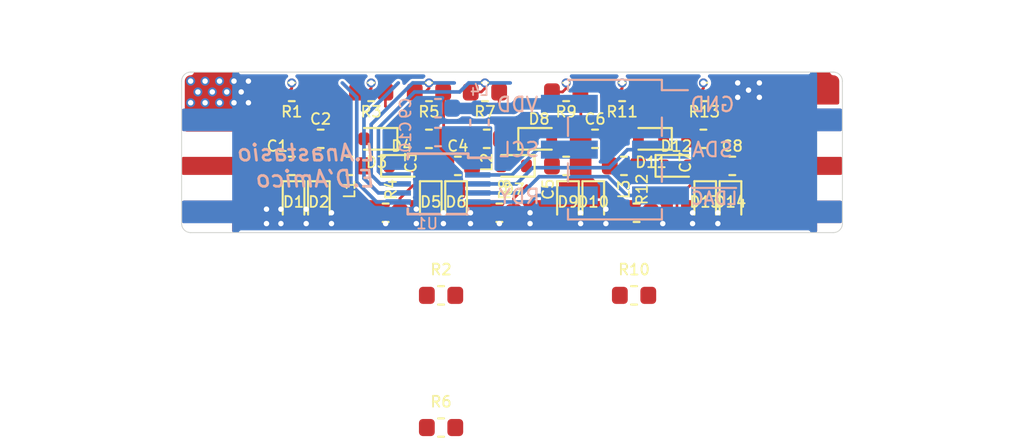
<source format=kicad_pcb>
(kicad_pcb (version 20171130) (host pcbnew 5.1.5-52549c5~84~ubuntu16.04.1)
  (title_block (title "Tunable Filter") (company "Luca Anastasio and Emanuele D'Amico"))
  (layers (0 F.Cu signal) (1 In1.Cu power hide) (2 In2.Cu power hide) (31 B.Cu signal hide) (34 B.Paste user) (35 F.Paste user) (36 B.SilkS user hide) (37 F.SilkS user hide) (38 B.Mask user) (39 F.Mask user) (44 Edge.Cuts user))
  (net 0 "")
  (net 1 GND)
  (net 2 VDDA)
  (net 3 VDD)
  (net 4 /RF/inv0/Vd)
  (net 5 /RF/RFin)
  (net 6 /RF/res0/In)
  (net 7 /RF/inv1/Vd)
  (net 8 /RF/inv1/In)
  (net 9 /RF/res1/In)
  (net 10 /RF/inv2/Vd)
  (net 11 /RF/inv2/In)
  (net 12 /RF/res2/In)
  (net 13 /RF/inv3/In)
  (net 14 /RF/inv3/Vd)
  (net 15 /RF/RFout)
  (net 16 /RF/V0)
  (net 17 /RF/V1)
  (net 18 /RF/V2)
  (net 19 /RF/V3)
  (net 20 /RF/res0/Vd+)
  (net 21 /RF/res1/Vd+)
  (net 22 /RF/res2/Vd+)
  (net 23 /DAC/RDY)
  (net 24 /DAC/~LDAC)
  (net 25 /DAC/SCL)
  (net 26 /DAC/SDA)
  (net 27 /RF/res0/Vd-L)
  (net 28 /RF/res1/Vd-L)
  (net 29 /RF/res2/Vd-L)
  (module libs:Coilcraft_0603CS (layer F.Cu) (at 162.6 99.8)
    (fp_text reference L2 (at 0 1.3 270) (layer F.SilkS) (effects (font (size 0.6 0.6) (thickness 0.1))))
    (fp_text value L0)
    (fp_line (start -0.162779 0.51) (end 0.162779 0.51) (layer F.SilkS) (width 0.12))
    (fp_line (start -0.162779 -0.51) (end 0.162779 -0.51) (layer F.SilkS) (width 0.12))
    (pad 2 smd roundrect (at 0.7875 0) (size 0.875 0.95) (layers F.Cu F.Paste F.Mask) (net 28 /RF/res1/Vd-L))
    (pad 1 smd roundrect (at -0.7875 0) (size 0.875 0.95) (layers F.Cu F.Paste F.Mask) (net 9 /RF/res1/In))
  )
  (module Resistor_SMD:R_0603_1608Metric (layer F.Cu) (at 170.76 108.48)
    (fp_text reference R10 (at 0 -1.43) (layer F.SilkS) (effects (font (size 0.6 0.6) (thickness 0.1))))
    (fp_text value 100k)
    (fp_line (start -0.162779 0.51) (end 0.162779 0.51) (layer F.SilkS) (width 0.12))
    (fp_line (start -0.162779 -0.51) (end 0.162779 -0.51) (layer F.SilkS) (width 0.12))
    (pad 2 smd roundrect (at 0.7875 0) (size 0.875 0.95) (layers F.Cu F.Paste F.Mask) (net 1 GND))
    (pad 1 smd roundrect (at -0.7875 0) (size 0.875 0.95) (layers F.Cu F.Paste F.Mask) (net 29 /RF/res2/Vd-L))
  )
  (module Resistor_SMD:R_0603_1608Metric (layer F.Cu) (at 160.07 115.81)
    (fp_text reference R6 (at 0 -1.43) (layer F.SilkS) (effects (font (size 0.6 0.6) (thickness 0.1))))
    (fp_text value 100k)
    (fp_line (start -0.162779 0.51) (end 0.162779 0.51) (layer F.SilkS) (width 0.12))
    (fp_line (start -0.162779 -0.51) (end 0.162779 -0.51) (layer F.SilkS) (width 0.12))
    (pad 2 smd roundrect (at 0.7875 0) (size 0.875 0.95) (layers F.Cu F.Paste F.Mask) (net 1 GND))
    (pad 1 smd roundrect (at -0.7875 0) (size 0.875 0.95) (layers F.Cu F.Paste F.Mask) (net 28 /RF/res1/Vd-L))
  )
  (module Resistor_SMD:R_0603_1608Metric (layer F.Cu) (at 160.07 108.48)
    (fp_text reference R2 (at 0 -1.43) (layer F.SilkS) (effects (font (size 0.6 0.6) (thickness 0.1))))
    (fp_text value 100k)
    (fp_line (start -0.162779 0.51) (end 0.162779 0.51) (layer F.SilkS) (width 0.12))
    (fp_line (start -0.162779 -0.51) (end 0.162779 -0.51) (layer F.SilkS) (width 0.12))
    (pad 2 smd roundrect (at 0.7875 0) (size 0.875 0.95) (layers F.Cu F.Paste F.Mask) (net 1 GND))
    (pad 1 smd roundrect (at -0.7875 0) (size 0.875 0.95) (layers F.Cu F.Paste F.Mask) (net 27 /RF/res0/Vd-L))
  )
  (module libs:D_SOD-523 (layer F.Cu) (at 171.7 99.8 180)
    (fp_text reference D11 (at 0 -1.3) (layer F.SilkS) (effects (font (size 0.6 0.6) (thickness 0.1))))
    (fp_text value BB202)
    (fp_line (start 0.7 0.6) (end -1.15 0.6) (layer F.SilkS) (width 0.12))
    (fp_line (start 0.7 -0.6) (end -1.15 -0.6) (layer F.SilkS) (width 0.12))
    (fp_line (start -1.15 -0.6) (end -1.15 0.6) (layer F.SilkS) (width 0.12))
    (pad 1 smd roundrect (at -0.7 0) (size 0.6 0.7) (layers F.Cu F.Paste F.Mask) (net 22 /RF/res2/Vd+))
    (pad 2 smd roundrect (at 0.7 0) (size 0.6 0.7) (layers F.Cu F.Paste F.Mask) (net 29 /RF/res2/Vd-L))
  )
  (module libs:D_SOD-523 (layer F.Cu) (at 164.1 101.3 180)
    (fp_text reference D7 (at 0 -1.3) (layer F.SilkS) (effects (font (size 0.6 0.6) (thickness 0.1))))
    (fp_text value BB202)
    (fp_line (start 0.7 0.6) (end -1.15 0.6) (layer F.SilkS) (width 0.12))
    (fp_line (start 0.7 -0.6) (end -1.15 -0.6) (layer F.SilkS) (width 0.12))
    (fp_line (start -1.15 -0.6) (end -1.15 0.6) (layer F.SilkS) (width 0.12))
    (pad 1 smd roundrect (at -0.7 0) (size 0.6 0.7) (layers F.Cu F.Paste F.Mask) (net 21 /RF/res1/Vd+))
    (pad 2 smd roundrect (at 0.7 0) (size 0.6 0.7) (layers F.Cu F.Paste F.Mask) (net 28 /RF/res1/Vd-L))
  )
  (module libs:D_SOD-523 (layer F.Cu) (at 156.5 99.8 180)
    (fp_text reference D3 (at 0 -1.3) (layer F.SilkS) (effects (font (size 0.6 0.6) (thickness 0.1))))
    (fp_text value BB202)
    (fp_line (start 0.7 0.6) (end -1.15 0.6) (layer F.SilkS) (width 0.12))
    (fp_line (start 0.7 -0.6) (end -1.15 -0.6) (layer F.SilkS) (width 0.12))
    (fp_line (start -1.15 -0.6) (end -1.15 0.6) (layer F.SilkS) (width 0.12))
    (pad 1 smd roundrect (at -0.7 0) (size 0.6 0.7) (layers F.Cu F.Paste F.Mask) (net 20 /RF/res0/Vd+))
    (pad 2 smd roundrect (at 0.7 0) (size 0.6 0.7) (layers F.Cu F.Paste F.Mask) (net 27 /RF/res0/Vd-L))
  )
  (module libs:D_SOD-523 (layer F.Cu) (at 174.7 103.3 270)
    (fp_text reference D13 (at 0 0 180) (layer F.SilkS) (effects (font (size 0.6 0.6) (thickness 0.1))))
    (fp_text value BB202)
    (fp_line (start -1.15 -0.6) (end -1.15 0.6) (layer F.SilkS) (width 0.12))
    (fp_line (start 0.7 -0.6) (end -1.15 -0.6) (layer F.SilkS) (width 0.12))
    (fp_line (start 0.7 0.6) (end -1.15 0.6) (layer F.SilkS) (width 0.12))
    (pad 2 smd roundrect (at 0.7 0 90) (size 0.6 0.7) (layers F.Cu F.Paste F.Mask) (net 1 GND))
    (pad 1 smd roundrect (at -0.7 0 90) (size 0.6 0.7) (layers F.Cu F.Paste F.Mask) (net 14 /RF/inv3/Vd))
  )
  (module libs:D_SOD-523 (layer F.Cu) (at 167.1 103.3 270)
    (fp_text reference D9 (at 0 0 180) (layer F.SilkS) (effects (font (size 0.6 0.6) (thickness 0.1))))
    (fp_text value BB202)
    (fp_line (start -1.15 -0.6) (end -1.15 0.6) (layer F.SilkS) (width 0.12))
    (fp_line (start 0.7 -0.6) (end -1.15 -0.6) (layer F.SilkS) (width 0.12))
    (fp_line (start 0.7 0.6) (end -1.15 0.6) (layer F.SilkS) (width 0.12))
    (pad 2 smd roundrect (at 0.7 0 90) (size 0.6 0.7) (layers F.Cu F.Paste F.Mask) (net 1 GND))
    (pad 1 smd roundrect (at -0.7 0 90) (size 0.6 0.7) (layers F.Cu F.Paste F.Mask) (net 10 /RF/inv2/Vd))
  )
  (module libs:D_SOD-523 (layer F.Cu) (at 159.5 103.3 270)
    (fp_text reference D5 (at 0 0 180) (layer F.SilkS) (effects (font (size 0.6 0.6) (thickness 0.1))))
    (fp_text value BB202)
    (fp_line (start -1.15 -0.6) (end -1.15 0.6) (layer F.SilkS) (width 0.12))
    (fp_line (start 0.7 -0.6) (end -1.15 -0.6) (layer F.SilkS) (width 0.12))
    (fp_line (start 0.7 0.6) (end -1.15 0.6) (layer F.SilkS) (width 0.12))
    (pad 2 smd roundrect (at 0.7 0 90) (size 0.6 0.7) (layers F.Cu F.Paste F.Mask) (net 1 GND))
    (pad 1 smd roundrect (at -0.7 0 90) (size 0.6 0.7) (layers F.Cu F.Paste F.Mask) (net 7 /RF/inv1/Vd))
  )
  (module libs:D_SOD-523 (layer F.Cu) (at 151.9 103.3 270)
    (fp_text reference D1 (at 0 0 180) (layer F.SilkS) (effects (font (size 0.6 0.6) (thickness 0.1))))
    (fp_text value BB202)
    (fp_line (start -1.15 -0.6) (end -1.15 0.6) (layer F.SilkS) (width 0.12))
    (fp_line (start 0.7 -0.6) (end -1.15 -0.6) (layer F.SilkS) (width 0.12))
    (fp_line (start 0.7 0.6) (end -1.15 0.6) (layer F.SilkS) (width 0.12))
    (pad 2 smd roundrect (at 0.7 0 90) (size 0.6 0.7) (layers F.Cu F.Paste F.Mask) (net 1 GND))
    (pad 1 smd roundrect (at -0.7 0 90) (size 0.6 0.7) (layers F.Cu F.Paste F.Mask) (net 4 /RF/inv0/Vd))
  )
  (module Connector_PinHeader_2.54mm:PinHeader_2x03_P2.54mm_Vertical_SMD (layer B.Cu) (at 169.7 100.4 180)
    (fp_text reference J3 hide)
    (fp_text value Conn_01x06_Male)
    (fp_line (start -2.6 3.87) (end 2.6 3.87) (layer B.SilkS) (width 0.12))
    (fp_line (start -2.6 -3.87) (end 2.6 -3.87) (layer B.SilkS) (width 0.12))
    (fp_line (start -4.04 3.3) (end -2.6 3.3) (layer B.SilkS) (width 0.12))
    (fp_line (start -2.6 3.87) (end -2.6 3.3) (layer B.SilkS) (width 0.12))
    (fp_line (start 2.6 3.87) (end 2.6 3.3) (layer B.SilkS) (width 0.12))
    (fp_line (start -2.6 -3.3) (end -2.6 -3.87) (layer B.SilkS) (width 0.12))
    (fp_line (start 2.6 -3.3) (end 2.6 -3.87) (layer B.SilkS) (width 0.12))
    (fp_line (start -2.6 1.78) (end -2.6 0.76) (layer B.SilkS) (width 0.12))
    (fp_line (start 2.6 1.78) (end 2.6 0.76) (layer B.SilkS) (width 0.12))
    (fp_line (start -2.6 -0.76) (end -2.6 -1.78) (layer B.SilkS) (width 0.12))
    (fp_line (start 2.6 -0.76) (end 2.6 -1.78) (layer B.SilkS) (width 0.12))
    (pad 1 smd rect (at -2.525 2.54 180) (size 3.15 1) (layers B.Cu B.Paste B.Mask) (net 1 GND))
    (pad 2 smd rect (at 2.525 2.54 180) (size 3.15 1) (layers B.Cu B.Paste B.Mask) (net 3 VDD))
    (pad 3 smd rect (at -2.525 0 180) (size 3.15 1) (layers B.Cu B.Paste B.Mask) (net 26 /DAC/SDA))
    (pad 4 smd rect (at 2.525 0 180) (size 3.15 1) (layers B.Cu B.Paste B.Mask) (net 25 /DAC/SCL))
    (pad 5 smd rect (at -2.525 -2.54 180) (size 3.15 1) (layers B.Cu B.Paste B.Mask) (net 24 /DAC/~LDAC))
    (pad 6 smd rect (at 2.525 -2.54 180) (size 3.15 1) (layers B.Cu B.Paste B.Mask) (net 23 /DAC/RDY))
  )
  (module Capacitor_SMD:C_0603_1608Metric (layer B.Cu) (at 159.9 98.1 180)
    (fp_text reference C9 (at 1.8 0 90) (layer B.SilkS) (effects (font (size 0.6 0.6) (thickness 0.1)) (justify mirror)))
    (fp_text value 4.7u)
    (fp_line (start -0.162779 -0.51) (end 0.162779 -0.51) (layer B.SilkS) (width 0.12))
    (fp_line (start -0.162779 0.51) (end 0.162779 0.51) (layer B.SilkS) (width 0.12))
    (pad 2 smd roundrect (at 0.7875 0 180) (size 0.875 0.95) (layers B.Cu B.Paste B.Mask) (net 1 GND))
    (pad 1 smd roundrect (at -0.7875 0 180) (size 0.875 0.95) (layers B.Cu B.Paste B.Mask) (net 3 VDD))
  )
  (module Inductor_SMD:L_0603_1608Metric (layer B.Cu) (at 162.2 98.9 90)
    (fp_text reference L4 (at 1.8 0) (layer B.SilkS) (effects (font (size 0.6 0.6) (thickness 0.1)) (justify mirror)))
    (fp_text value 180R)
    (fp_line (start -0.162779 -0.51) (end 0.162779 -0.51) (layer B.SilkS) (width 0.12))
    (fp_line (start -0.162779 0.51) (end 0.162779 0.51) (layer B.SilkS) (width 0.12))
    (pad 2 smd roundrect (at 0.7875 0 90) (size 0.875 0.95) (layers B.Cu B.Paste B.Mask) (net 3 VDD))
    (pad 1 smd roundrect (at -0.7875 0 90) (size 0.875 0.95) (layers B.Cu B.Paste B.Mask) (net 2 VDDA))
  )
  (module libs:SMA_generic_EdgeMount (layer F.Cu) (at 145.7 101.3)
    (fp_text reference J1 hide)
    (fp_text value Conn_Coaxial)
    (pad 2 smd roundrect (at 2.125 2.55) (size 4.25 1.25) (layers B.Cu B.Paste B.Mask) (roundrect_rratio 0.1) (net 1 GND))
    (pad 2 smd roundrect (at 2.125 -2.55) (size 4.25 1.25) (layers F.Cu F.Paste F.Mask) (roundrect_rratio 0.1) (net 1 GND))
    (pad 1 smd roundrect (at 2.125 0) (size 4.25 1) (layers F.Cu F.Paste F.Mask) (roundrect_rratio 0.1) (net 5 /RF/RFin))
    (pad 2 smd roundrect (at 2.125 2.55) (size 4.25 1.25) (layers B.Cu B.Paste B.Mask) (roundrect_rratio 0.1) (net 1 GND))
    (pad 2 smd roundrect (at 2.125 2.55) (size 4.25 1.25) (layers F.Cu F.Paste F.Mask) (roundrect_rratio 0.1) (net 1 GND))
    (pad 2 smd roundrect (at 2.125 -2.55) (size 4.25 1.25) (layers B.Cu B.Paste B.Mask) (roundrect_rratio 0.1) (net 1 GND))
  )
  (module Resistor_SMD:R_0603_1608Metric (layer F.Cu) (at 174.65 97.2)
    (fp_text reference R13 (at 0 1.1) (layer F.SilkS) (effects (font (size 0.6 0.6) (thickness 0.1))))
    (fp_text value 100k)
    (fp_line (start -0.162779 0.51) (end 0.162779 0.51) (layer F.SilkS) (width 0.12))
    (fp_line (start -0.162779 -0.51) (end 0.162779 -0.51) (layer F.SilkS) (width 0.12))
    (pad 2 smd roundrect (at 0.7875 0) (size 0.875 0.95) (layers F.Cu F.Paste F.Mask) (net 14 /RF/inv3/Vd))
    (pad 1 smd roundrect (at -0.7875 0) (size 0.875 0.95) (layers F.Cu F.Paste F.Mask) (net 16 /RF/V0))
  )
  (module Resistor_SMD:R_0603_1608Metric (layer F.Cu) (at 170.9 103.9 180)
    (fp_text reference R12 (at -0.3 1.3 90) (layer F.SilkS) (effects (font (size 0.6 0.6) (thickness 0.1))))
    (fp_text value 100k)
    (fp_line (start -0.162779 0.51) (end 0.162779 0.51) (layer F.SilkS) (width 0.12))
    (fp_line (start -0.162779 -0.51) (end 0.162779 -0.51) (layer F.SilkS) (width 0.12))
    (pad 2 smd roundrect (at 0.7875 0 180) (size 0.875 0.95) (layers F.Cu F.Paste F.Mask) (net 1 GND))
    (pad 1 smd roundrect (at -0.7875 0 180) (size 0.875 0.95) (layers F.Cu F.Paste F.Mask) (net 13 /RF/inv3/In))
  )
  (module Resistor_SMD:R_0603_1608Metric (layer F.Cu) (at 170.1 97.2)
    (fp_text reference R11 (at 0 1.1) (layer F.SilkS) (effects (font (size 0.6 0.6) (thickness 0.1))))
    (fp_text value 100k)
    (fp_line (start -0.162779 0.51) (end 0.162779 0.51) (layer F.SilkS) (width 0.12))
    (fp_line (start -0.162779 -0.51) (end 0.162779 -0.51) (layer F.SilkS) (width 0.12))
    (pad 2 smd roundrect (at 0.7875 0) (size 0.875 0.95) (layers F.Cu F.Paste F.Mask) (net 22 /RF/res2/Vd+))
    (pad 1 smd roundrect (at -0.7875 0) (size 0.875 0.95) (layers F.Cu F.Paste F.Mask) (net 17 /RF/V1))
  )
  (module Resistor_SMD:R_0603_1608Metric (layer F.Cu) (at 167 97.2)
    (fp_text reference R9 (at 0 1.1) (layer F.SilkS) (effects (font (size 0.6 0.6) (thickness 0.1))))
    (fp_text value 100k)
    (fp_line (start -0.162779 0.51) (end 0.162779 0.51) (layer F.SilkS) (width 0.12))
    (fp_line (start -0.162779 -0.51) (end 0.162779 -0.51) (layer F.SilkS) (width 0.12))
    (pad 2 smd roundrect (at 0.7875 0) (size 0.875 0.95) (layers F.Cu F.Paste F.Mask) (net 10 /RF/inv2/Vd))
    (pad 1 smd roundrect (at -0.7875 0) (size 0.875 0.95) (layers F.Cu F.Paste F.Mask) (net 18 /RF/V2))
  )
  (module Resistor_SMD:R_0603_1608Metric (layer F.Cu) (at 163.3 103.9 180)
    (fp_text reference R8 (at -0.3 1.3 270) (layer F.SilkS) (effects (font (size 0.6 0.6) (thickness 0.1))))
    (fp_text value 100k)
    (fp_line (start -0.162779 -0.51) (end 0.162779 -0.51) (layer F.SilkS) (width 0.12))
    (fp_line (start -0.162779 0.51) (end 0.162779 0.51) (layer F.SilkS) (width 0.12))
    (pad 1 smd roundrect (at -0.7875 0 180) (size 0.875 0.95) (layers F.Cu F.Paste F.Mask) (net 11 /RF/inv2/In))
    (pad 2 smd roundrect (at 0.7875 0 180) (size 0.875 0.95) (layers F.Cu F.Paste F.Mask) (net 1 GND))
  )
  (module Resistor_SMD:R_0603_1608Metric (layer F.Cu) (at 162.5 97.2)
    (fp_text reference R7 (at 0 1.1) (layer F.SilkS) (effects (font (size 0.6 0.6) (thickness 0.1))))
    (fp_text value 100k)
    (fp_line (start -0.162779 -0.51) (end 0.162779 -0.51) (layer F.SilkS) (width 0.12))
    (fp_line (start -0.162779 0.51) (end 0.162779 0.51) (layer F.SilkS) (width 0.12))
    (pad 1 smd roundrect (at -0.7875 0) (size 0.875 0.95) (layers F.Cu F.Paste F.Mask) (net 19 /RF/V3))
    (pad 2 smd roundrect (at 0.7875 0) (size 0.875 0.95) (layers F.Cu F.Paste F.Mask) (net 21 /RF/res1/Vd+))
  )
  (module Resistor_SMD:R_0603_1608Metric (layer F.Cu) (at 159.4 97.2)
    (fp_text reference R5 (at 0 1.1) (layer F.SilkS) (effects (font (size 0.6 0.6) (thickness 0.1))))
    (fp_text value 100k)
    (fp_line (start -0.162779 -0.51) (end 0.162779 -0.51) (layer F.SilkS) (width 0.12))
    (fp_line (start -0.162779 0.51) (end 0.162779 0.51) (layer F.SilkS) (width 0.12))
    (pad 1 smd roundrect (at -0.7875 0) (size 0.875 0.95) (layers F.Cu F.Paste F.Mask) (net 18 /RF/V2))
    (pad 2 smd roundrect (at 0.7875 0) (size 0.875 0.95) (layers F.Cu F.Paste F.Mask) (net 7 /RF/inv1/Vd))
  )
  (module Resistor_SMD:R_0603_1608Metric (layer F.Cu) (at 157 103.9 180)
    (fp_text reference R4 (at -0.3 1.3 270) (layer F.SilkS) (effects (font (size 0.6 0.6) (thickness 0.1))))
    (fp_text value 100k)
    (fp_line (start -0.162779 -0.51) (end 0.162779 -0.51) (layer F.SilkS) (width 0.12))
    (fp_line (start -0.162779 0.51) (end 0.162779 0.51) (layer F.SilkS) (width 0.12))
    (pad 1 smd roundrect (at -0.7875 0 180) (size 0.875 0.95) (layers F.Cu F.Paste F.Mask) (net 8 /RF/inv1/In))
    (pad 2 smd roundrect (at 0.7875 0 180) (size 0.875 0.95) (layers F.Cu F.Paste F.Mask) (net 1 GND))
  )
  (module Resistor_SMD:R_0603_1608Metric (layer F.Cu) (at 156.2 97.2)
    (fp_text reference R3 (at 0 1.1) (layer F.SilkS) (effects (font (size 0.6 0.6) (thickness 0.1))))
    (fp_text value 100k)
    (fp_line (start -0.162779 -0.51) (end 0.162779 -0.51) (layer F.SilkS) (width 0.12))
    (fp_line (start -0.162779 0.51) (end 0.162779 0.51) (layer F.SilkS) (width 0.12))
    (pad 1 smd roundrect (at -0.7875 0) (size 0.875 0.95) (layers F.Cu F.Paste F.Mask) (net 17 /RF/V1))
    (pad 2 smd roundrect (at 0.7875 0) (size 0.875 0.95) (layers F.Cu F.Paste F.Mask) (net 20 /RF/res0/Vd+))
  )
  (module Resistor_SMD:R_0603_1608Metric (layer F.Cu) (at 151.8 97.2)
    (fp_text reference R1 (at 0 1.1) (layer F.SilkS) (effects (font (size 0.6 0.6) (thickness 0.1))))
    (fp_text value 100k)
    (fp_line (start -0.162779 -0.51) (end 0.162779 -0.51) (layer F.SilkS) (width 0.12))
    (fp_line (start -0.162779 0.51) (end 0.162779 0.51) (layer F.SilkS) (width 0.12))
    (pad 1 smd roundrect (at -0.7875 0) (size 0.875 0.95) (layers F.Cu F.Paste F.Mask) (net 16 /RF/V0))
    (pad 2 smd roundrect (at 0.7875 0) (size 0.875 0.95) (layers F.Cu F.Paste F.Mask) (net 4 /RF/inv0/Vd))
  )
  (module libs:Coilcraft_0603CS (layer F.Cu) (at 170.2 101.3)
    (fp_text reference L3 (at 0 1.3 90) (layer F.SilkS) (effects (font (size 0.6 0.6) (thickness 0.1))))
    (fp_text value L0)
    (fp_line (start -0.162779 -0.51) (end 0.162779 -0.51) (layer F.SilkS) (width 0.12))
    (fp_line (start -0.162779 0.51) (end 0.162779 0.51) (layer F.SilkS) (width 0.12))
    (pad 1 smd roundrect (at -0.7875 0) (size 0.875 0.95) (layers F.Cu F.Paste F.Mask) (net 12 /RF/res2/In))
    (pad 2 smd roundrect (at 0.7875 0) (size 0.875 0.95) (layers F.Cu F.Paste F.Mask) (net 29 /RF/res2/Vd-L))
  )
  (module libs:Coilcraft_0603CS (layer F.Cu) (at 155 101.3)
    (fp_text reference L1 (at 0 1.3 270) (layer F.SilkS) (effects (font (size 0.6 0.6) (thickness 0.1))))
    (fp_text value L0)
    (fp_line (start -0.162779 0.51) (end 0.162779 0.51) (layer F.SilkS) (width 0.12))
    (fp_line (start -0.162779 -0.51) (end 0.162779 -0.51) (layer F.SilkS) (width 0.12))
    (pad 2 smd roundrect (at 0.7875 0) (size 0.875 0.95) (layers F.Cu F.Paste F.Mask) (net 27 /RF/res0/Vd-L))
    (pad 1 smd roundrect (at -0.7875 0) (size 0.875 0.95) (layers F.Cu F.Paste F.Mask) (net 6 /RF/res0/In))
  )
  (module libs:SMA_generic_EdgeMount (layer F.Cu) (at 182.3 101.3 180)
    (fp_text reference J2 hide)
    (fp_text value Conn_Coaxial)
    (pad 2 smd roundrect (at 2.125 -2.55 180) (size 4.25 1.25) (layers B.Cu B.Paste B.Mask) (roundrect_rratio 0.1) (net 1 GND))
    (pad 2 smd roundrect (at 2.125 2.55 180) (size 4.25 1.25) (layers F.Cu F.Paste F.Mask) (roundrect_rratio 0.1) (net 1 GND))
    (pad 2 smd roundrect (at 2.125 2.55 180) (size 4.25 1.25) (layers B.Cu B.Paste B.Mask) (roundrect_rratio 0.1) (net 1 GND))
    (pad 1 smd roundrect (at 2.125 0 180) (size 4.25 1) (layers F.Cu F.Paste F.Mask) (roundrect_rratio 0.1) (net 15 /RF/RFout))
    (pad 2 smd roundrect (at 2.125 -2.55 180) (size 4.25 1.25) (layers F.Cu F.Paste F.Mask) (roundrect_rratio 0.1) (net 1 GND))
    (pad 2 smd roundrect (at 2.125 2.55 180) (size 4.25 1.25) (layers B.Cu B.Paste B.Mask) (roundrect_rratio 0.1) (net 1 GND))
  )
  (module libs:D_SOD-523 (layer F.Cu) (at 176.1 103.3 270)
    (fp_text reference D14 (at 0 0 180) (layer F.SilkS) (effects (font (size 0.6 0.6) (thickness 0.1))))
    (fp_text value BB202)
    (fp_line (start 0.7 0.6) (end -1.15 0.6) (layer F.SilkS) (width 0.12))
    (fp_line (start 0.7 -0.6) (end -1.15 -0.6) (layer F.SilkS) (width 0.12))
    (fp_line (start -1.15 -0.6) (end -1.15 0.6) (layer F.SilkS) (width 0.12))
    (pad 1 smd roundrect (at -0.7 0 90) (size 0.6 0.7) (layers F.Cu F.Paste F.Mask) (net 14 /RF/inv3/Vd))
    (pad 2 smd roundrect (at 0.7 0 90) (size 0.6 0.7) (layers F.Cu F.Paste F.Mask) (net 1 GND))
  )
  (module libs:D_SOD-523 (layer F.Cu) (at 173.1 101.3)
    (fp_text reference D12 (at 0 -1.1) (layer F.SilkS) (effects (font (size 0.6 0.6) (thickness 0.1))))
    (fp_text value BB202)
    (fp_line (start 0.7 0.6) (end -1.15 0.6) (layer F.SilkS) (width 0.12))
    (fp_line (start 0.7 -0.6) (end -1.15 -0.6) (layer F.SilkS) (width 0.12))
    (fp_line (start -1.15 -0.6) (end -1.15 0.6) (layer F.SilkS) (width 0.12))
    (pad 1 smd roundrect (at -0.7 0 180) (size 0.6 0.7) (layers F.Cu F.Paste F.Mask) (net 22 /RF/res2/Vd+))
    (pad 2 smd roundrect (at 0.7 0 180) (size 0.6 0.7) (layers F.Cu F.Paste F.Mask) (net 13 /RF/inv3/In))
  )
  (module libs:D_SOD-523 (layer F.Cu) (at 168.5 103.3 270)
    (fp_text reference D10 (at 0 0 180) (layer F.SilkS) (effects (font (size 0.6 0.6) (thickness 0.1))))
    (fp_text value BB202)
    (fp_line (start 0.7 0.6) (end -1.15 0.6) (layer F.SilkS) (width 0.12))
    (fp_line (start 0.7 -0.6) (end -1.15 -0.6) (layer F.SilkS) (width 0.12))
    (fp_line (start -1.15 -0.6) (end -1.15 0.6) (layer F.SilkS) (width 0.12))
    (pad 1 smd roundrect (at -0.7 0 90) (size 0.6 0.7) (layers F.Cu F.Paste F.Mask) (net 10 /RF/inv2/Vd))
    (pad 2 smd roundrect (at 0.7 0 90) (size 0.6 0.7) (layers F.Cu F.Paste F.Mask) (net 1 GND))
  )
  (module libs:D_SOD-523 (layer F.Cu) (at 165.5 99.8)
    (fp_text reference D8 (at 0 -1.1) (layer F.SilkS) (effects (font (size 0.6 0.6) (thickness 0.1))))
    (fp_text value BB202)
    (fp_line (start 0.7 0.6) (end -1.15 0.6) (layer F.SilkS) (width 0.12))
    (fp_line (start 0.7 -0.6) (end -1.15 -0.6) (layer F.SilkS) (width 0.12))
    (fp_line (start -1.15 -0.6) (end -1.15 0.6) (layer F.SilkS) (width 0.12))
    (pad 1 smd roundrect (at -0.7 0 180) (size 0.6 0.7) (layers F.Cu F.Paste F.Mask) (net 21 /RF/res1/Vd+))
    (pad 2 smd roundrect (at 0.7 0 180) (size 0.6 0.7) (layers F.Cu F.Paste F.Mask) (net 11 /RF/inv2/In))
  )
  (module libs:D_SOD-523 (layer F.Cu) (at 160.9 103.3 270)
    (fp_text reference D6 (at 0 0 180) (layer F.SilkS) (effects (font (size 0.6 0.6) (thickness 0.1))))
    (fp_text value BB202)
    (fp_line (start -1.15 -0.6) (end -1.15 0.6) (layer F.SilkS) (width 0.12))
    (fp_line (start 0.7 -0.6) (end -1.15 -0.6) (layer F.SilkS) (width 0.12))
    (fp_line (start 0.7 0.6) (end -1.15 0.6) (layer F.SilkS) (width 0.12))
    (pad 2 smd roundrect (at 0.7 0 90) (size 0.6 0.7) (layers F.Cu F.Paste F.Mask) (net 1 GND))
    (pad 1 smd roundrect (at -0.7 0 90) (size 0.6 0.7) (layers F.Cu F.Paste F.Mask) (net 7 /RF/inv1/Vd))
  )
  (module libs:D_SOD-523 (layer F.Cu) (at 157.9 101.3)
    (fp_text reference D4 (at 0 -1.1) (layer F.SilkS) (effects (font (size 0.6 0.6) (thickness 0.1))))
    (fp_text value BB202)
    (fp_line (start 0.7 0.6) (end -1.15 0.6) (layer F.SilkS) (width 0.12))
    (fp_line (start 0.7 -0.6) (end -1.15 -0.6) (layer F.SilkS) (width 0.12))
    (fp_line (start -1.15 -0.6) (end -1.15 0.6) (layer F.SilkS) (width 0.12))
    (pad 1 smd roundrect (at -0.7 0 180) (size 0.6 0.7) (layers F.Cu F.Paste F.Mask) (net 20 /RF/res0/Vd+))
    (pad 2 smd roundrect (at 0.7 0 180) (size 0.6 0.7) (layers F.Cu F.Paste F.Mask) (net 8 /RF/inv1/In))
  )
  (module libs:D_SOD-523 (layer F.Cu) (at 153.3 103.3 270)
    (fp_text reference D2 (at 0 0 180) (layer F.SilkS) (effects (font (size 0.6 0.6) (thickness 0.1))))
    (fp_text value BB202)
    (fp_line (start -1.15 -0.6) (end -1.15 0.6) (layer F.SilkS) (width 0.12))
    (fp_line (start 0.7 -0.6) (end -1.15 -0.6) (layer F.SilkS) (width 0.12))
    (fp_line (start 0.7 0.6) (end -1.15 0.6) (layer F.SilkS) (width 0.12))
    (pad 2 smd roundrect (at 0.7 0 90) (size 0.6 0.7) (layers F.Cu F.Paste F.Mask) (net 1 GND))
    (pad 1 smd roundrect (at -0.7 0 90) (size 0.6 0.7) (layers F.Cu F.Paste F.Mask) (net 4 /RF/inv0/Vd))
  )
  (module Capacitor_SMD:C_0603_1608Metric (layer B.Cu) (at 159.9 99.7 180)
    (fp_text reference C10 (at 1.8 0 90) (layer B.SilkS) (effects (font (size 0.6 0.6) (thickness 0.1)) (justify mirror)))
    (fp_text value 100n)
    (fp_line (start -0.162779 0.51) (end 0.162779 0.51) (layer B.SilkS) (width 0.12))
    (fp_line (start -0.162779 -0.51) (end 0.162779 -0.51) (layer B.SilkS) (width 0.12))
    (pad 1 smd roundrect (at -0.7875 0 180) (size 0.875 0.95) (layers B.Cu B.Paste B.Mask) (net 2 VDDA))
    (pad 2 smd roundrect (at 0.7875 0 180) (size 0.875 0.95) (layers B.Cu B.Paste B.Mask) (net 1 GND))
  )
  (module Capacitor_SMD:C_0603_1608Metric (layer F.Cu) (at 176.2 101.3)
    (fp_text reference C8 (at 0 -1.1) (layer F.SilkS) (effects (font (size 0.6 0.6) (thickness 0.1))))
    (fp_text value 100n)
    (fp_line (start -0.162779 0.51) (end 0.162779 0.51) (layer F.SilkS) (width 0.12))
    (fp_line (start -0.162779 -0.51) (end 0.162779 -0.51) (layer F.SilkS) (width 0.12))
    (pad 2 smd roundrect (at 0.7875 0) (size 0.875 0.95) (layers F.Cu F.Paste F.Mask) (net 15 /RF/RFout))
    (pad 1 smd roundrect (at -0.7875 0) (size 0.875 0.95) (layers F.Cu F.Paste F.Mask) (net 14 /RF/inv3/Vd))
  )
  (module Capacitor_SMD:C_0603_1608Metric (layer F.Cu) (at 174.6 99.8)
    (fp_text reference C7 (at -1 1.3 90) (layer F.SilkS) (effects (font (size 0.6 0.6) (thickness 0.1))))
    (fp_text value 100n)
    (fp_line (start -0.162779 0.51) (end 0.162779 0.51) (layer F.SilkS) (width 0.12))
    (fp_line (start -0.162779 -0.51) (end 0.162779 -0.51) (layer F.SilkS) (width 0.12))
    (pad 2 smd roundrect (at 0.7875 0) (size 0.875 0.95) (layers F.Cu F.Paste F.Mask) (net 14 /RF/inv3/Vd))
    (pad 1 smd roundrect (at -0.7875 0) (size 0.875 0.95) (layers F.Cu F.Paste F.Mask) (net 13 /RF/inv3/In))
  )
  (module Capacitor_SMD:C_0603_1608Metric (layer F.Cu) (at 168.6 99.8)
    (fp_text reference C6 (at 0 -1.1) (layer F.SilkS) (effects (font (size 0.6 0.6) (thickness 0.1))))
    (fp_text value 100n)
    (fp_line (start -0.162779 -0.51) (end 0.162779 -0.51) (layer F.SilkS) (width 0.12))
    (fp_line (start -0.162779 0.51) (end 0.162779 0.51) (layer F.SilkS) (width 0.12))
    (pad 1 smd roundrect (at -0.7875 0) (size 0.875 0.95) (layers F.Cu F.Paste F.Mask) (net 10 /RF/inv2/Vd))
    (pad 2 smd roundrect (at 0.7875 0) (size 0.875 0.95) (layers F.Cu F.Paste F.Mask) (net 12 /RF/res2/In))
  )
  (module Capacitor_SMD:C_0603_1608Metric (layer F.Cu) (at 167 101.3)
    (fp_text reference C5 (at -1 1.3 270) (layer F.SilkS) (effects (font (size 0.6 0.6) (thickness 0.1))))
    (fp_text value 100n)
    (fp_line (start -0.162779 -0.51) (end 0.162779 -0.51) (layer F.SilkS) (width 0.12))
    (fp_line (start -0.162779 0.51) (end 0.162779 0.51) (layer F.SilkS) (width 0.12))
    (pad 1 smd roundrect (at -0.7875 0) (size 0.875 0.95) (layers F.Cu F.Paste F.Mask) (net 11 /RF/inv2/In))
    (pad 2 smd roundrect (at 0.7875 0) (size 0.875 0.95) (layers F.Cu F.Paste F.Mask) (net 10 /RF/inv2/Vd))
  )
  (module Capacitor_SMD:C_0603_1608Metric (layer F.Cu) (at 161 101.3)
    (fp_text reference C4 (at 0 -1.1) (layer F.SilkS) (effects (font (size 0.6 0.6) (thickness 0.1))))
    (fp_text value 100n)
    (fp_line (start -0.162779 -0.51) (end 0.162779 -0.51) (layer F.SilkS) (width 0.12))
    (fp_line (start -0.162779 0.51) (end 0.162779 0.51) (layer F.SilkS) (width 0.12))
    (pad 1 smd roundrect (at -0.7875 0) (size 0.875 0.95) (layers F.Cu F.Paste F.Mask) (net 7 /RF/inv1/Vd))
    (pad 2 smd roundrect (at 0.7875 0) (size 0.875 0.95) (layers F.Cu F.Paste F.Mask) (net 9 /RF/res1/In))
  )
  (module Capacitor_SMD:C_0603_1608Metric (layer F.Cu) (at 159.4 99.8)
    (fp_text reference C3 (at -1 1.3 90) (layer F.SilkS) (effects (font (size 0.6 0.6) (thickness 0.1))))
    (fp_text value 100n)
    (fp_line (start -0.162779 -0.51) (end 0.162779 -0.51) (layer F.SilkS) (width 0.12))
    (fp_line (start -0.162779 0.51) (end 0.162779 0.51) (layer F.SilkS) (width 0.12))
    (pad 1 smd roundrect (at -0.7875 0) (size 0.875 0.95) (layers F.Cu F.Paste F.Mask) (net 8 /RF/inv1/In))
    (pad 2 smd roundrect (at 0.7875 0) (size 0.875 0.95) (layers F.Cu F.Paste F.Mask) (net 7 /RF/inv1/Vd))
  )
  (module Package_SO:MSOP-10_3x3mm_P0.5mm (layer B.Cu) (at 159.9 102.3 180)
    (fp_text reference U1 (at 0.6 -2.2) (layer B.SilkS) (effects (font (size 0.6 0.6) (thickness 0.1)) (justify mirror)))
    (fp_text value MCP4728)
    (fp_line (start -1.675 1.675) (end -1.675 1.45) (layer B.SilkS) (width 0.15))
    (fp_line (start 1.675 1.675) (end 1.675 1.375) (layer B.SilkS) (width 0.15))
    (fp_line (start 1.675 -1.675) (end 1.675 -1.375) (layer B.SilkS) (width 0.15))
    (fp_line (start -1.675 -1.675) (end -1.675 -1.375) (layer B.SilkS) (width 0.15))
    (fp_line (start -1.675 1.675) (end 1.675 1.675) (layer B.SilkS) (width 0.15))
    (fp_line (start -1.675 -1.675) (end 1.675 -1.675) (layer B.SilkS) (width 0.15))
    (fp_line (start -1.675 1.45) (end -2.9 1.45) (layer B.SilkS) (width 0.15))
    (pad 1 smd rect (at -2.2 1 180) (size 1.4 0.3) (layers B.Cu B.Paste B.Mask) (net 2 VDDA))
    (pad 2 smd rect (at -2.2 0.5 180) (size 1.4 0.3) (layers B.Cu B.Paste B.Mask) (net 25 /DAC/SCL))
    (pad 3 smd rect (at -2.2 0 180) (size 1.4 0.3) (layers B.Cu B.Paste B.Mask) (net 26 /DAC/SDA))
    (pad 4 smd rect (at -2.2 -0.5 180) (size 1.4 0.3) (layers B.Cu B.Paste B.Mask) (net 24 /DAC/~LDAC))
    (pad 5 smd rect (at -2.2 -1 180) (size 1.4 0.3) (layers B.Cu B.Paste B.Mask) (net 23 /DAC/RDY))
    (pad 6 smd rect (at 2.2 -1 180) (size 1.4 0.3) (layers B.Cu B.Paste B.Mask) (net 16 /RF/V0))
    (pad 7 smd rect (at 2.2 -0.5 180) (size 1.4 0.3) (layers B.Cu B.Paste B.Mask) (net 17 /RF/V1))
    (pad 8 smd rect (at 2.2 0 180) (size 1.4 0.3) (layers B.Cu B.Paste B.Mask) (net 18 /RF/V2))
    (pad 9 smd rect (at 2.2 0.5 180) (size 1.4 0.3) (layers B.Cu B.Paste B.Mask) (net 19 /RF/V3))
    (pad 10 smd rect (at 2.2 1 180) (size 1.4 0.3) (layers B.Cu B.Paste B.Mask) (net 1 GND))
  )
  (module Capacitor_SMD:C_0603_1608Metric (layer F.Cu) (at 151.8 101.3)
    (fp_text reference C1 (at -0.8 -1.1 180) (layer F.SilkS) (effects (font (size 0.6 0.6) (thickness 0.1))))
    (fp_text value 100n)
    (fp_line (start -0.162779 -0.51) (end 0.162779 -0.51) (layer F.SilkS) (width 0.12))
    (fp_line (start -0.162779 0.51) (end 0.162779 0.51) (layer F.SilkS) (width 0.12))
    (pad 1 smd roundrect (at -0.7875 0) (size 0.875 0.95) (layers F.Cu F.Paste F.Mask) (net 5 /RF/RFin))
    (pad 2 smd roundrect (at 0.7875 0) (size 0.875 0.95) (layers F.Cu F.Paste F.Mask) (net 4 /RF/inv0/Vd))
  )
  (module Capacitor_SMD:C_0603_1608Metric (layer F.Cu) (at 153.4 99.8)
    (fp_text reference C2 (at 0 -1.1) (layer F.SilkS) (effects (font (size 0.6 0.6) (thickness 0.1))))
    (fp_text value 100n)
    (fp_line (start -0.162779 -0.51) (end 0.162779 -0.51) (layer F.SilkS) (width 0.12))
    (fp_line (start -0.162779 0.51) (end 0.162779 0.51) (layer F.SilkS) (width 0.12))
    (pad 1 smd roundrect (at -0.7875 0) (size 0.875 0.95) (layers F.Cu F.Paste F.Mask) (net 4 /RF/inv0/Vd))
    (pad 2 smd roundrect (at 0.7875 0) (size 0.875 0.95) (layers F.Cu F.Paste F.Mask) (net 6 /RF/res0/In))
  )
  (gr_text "L.Anastasio\nE.D'Amico" (at 156.5 101.3) (layer B.SilkS) (effects (font (size 0.9 0.9) (thickness 0.15) italic) (justify left mirror)))
  (gr_text RDY (at 164.4 103) (layer B.SilkS) (effects (font (size 0.8 0.8) (thickness 0.12)) (justify mirror)))
  (gr_text SCL (at 164.4 100.4) (layer B.SilkS) (effects (font (size 0.8 0.8) (thickness 0.12)) (justify mirror)))
  (gr_text VDD (at 164.3 97.9) (layer B.SilkS) (effects (font (size 0.8 0.8) (thickness 0.12)) (justify mirror)))
  (gr_text ~LDAC (at 175.2 103.1) (layer B.SilkS) (effects (font (size 0.7 0.7) (thickness 0.12)) (justify mirror)))
  (gr_text SDA (at 175.1 100.4) (layer B.SilkS) (effects (font (size 0.8 0.8) (thickness 0.12)) (justify mirror)))
  (gr_text GND (at 175.1 97.9) (layer B.SilkS) (effects (font (size 0.8 0.8) (thickness 0.12)) (justify mirror)))
  (gr_line (start 146.2 96.1) (end 181.8 96.1) (layer Edge.Cuts) (width 0.05))
  (gr_line (start 181.8 105) (end 146.2 105) (layer Edge.Cuts) (width 0.05))
  (gr_line (start 182.3 104.5) (end 182.3 96.6) (layer Edge.Cuts) (width 0.05))
  (gr_line (start 145.7 104.5) (end 145.7 96.6) (layer Edge.Cuts) (width 0.05))
  (gr_arc (start 181.8 96.6) (end 182.3 96.6) (angle -90) (layer Edge.Cuts) (width 0.05))
  (gr_arc (start 181.8 104.5) (end 181.8 105) (angle -90) (layer Edge.Cuts) (width 0.05))
  (gr_arc (start 146.2 104.5) (end 145.7 104.5) (angle -90) (layer Edge.Cuts) (width 0.05))
  (gr_arc (start 146.2 96.6) (end 146.2 96.1) (angle -90) (layer Edge.Cuts) (width 0.05))
  (via (at 157 104.5) (size 0.5) (drill 0.3) (layers F.Cu B.Cu) (net 1))
  (via (at 152.6 103.7) (size 0.5) (drill 0.3) (layers F.Cu B.Cu) (net 1))
  (via (at 151.2 103.7) (size 0.5) (drill 0.3) (layers F.Cu B.Cu) (net 1))
  (via (at 151.2 104.5) (size 0.5) (drill 0.3) (layers F.Cu B.Cu) (net 1))
  (via (at 150.4 104.5) (size 0.5) (drill 0.3) (layers F.Cu B.Cu) (net 1))
  (via (at 150.4 103.7) (size 0.5) (drill 0.3) (layers F.Cu B.Cu) (net 1))
  (via (at 152.6 104.5) (size 0.5) (drill 0.3) (layers F.Cu B.Cu) (net 1))
  (via (at 154 104.5) (size 0.5) (drill 0.3) (layers F.Cu B.Cu) (net 1))
  (via (at 160.2 104.5) (size 0.5) (drill 0.3) (layers F.Cu B.Cu) (net 1))
  (via (at 160.2 103.9) (size 0.5) (drill 0.3) (layers F.Cu B.Cu) (net 1))
  (via (at 167.8 104.5) (size 0.5) (drill 0.3) (layers F.Cu B.Cu) (net 1))
  (via (at 175.4 104.5) (size 0.5) (drill 0.3) (layers F.Cu B.Cu) (net 1))
  (via (at 161.7 104.5) (size 0.5) (drill 0.3) (layers F.Cu B.Cu) (net 1))
  (via (at 169.2 104.5) (size 0.5) (drill 0.3) (layers F.Cu B.Cu) (net 1))
  (via (at 167.8 103.9) (size 0.5) (drill 0.3) (layers F.Cu B.Cu) (net 1))
  (via (at 161.7 103.9) (size 0.5) (drill 0.3) (layers F.Cu B.Cu) (net 1))
  (via (at 175.4 103.9) (size 0.5) (drill 0.3) (layers F.Cu B.Cu) (net 1))
  (via (at 146.2 96.6) (size 0.5) (drill 0.3) (layers F.Cu B.Cu) (net 1))
  (via (at 147 96.6) (size 0.5) (drill 0.3) (layers F.Cu B.Cu) (net 1))
  (via (at 147.8 96.6) (size 0.5) (drill 0.3) (layers F.Cu B.Cu) (net 1))
  (via (at 148.6 96.6) (size 0.5) (drill 0.3) (layers F.Cu B.Cu) (net 1))
  (via (at 149.4 96.6) (size 0.5) (drill 0.3) (layers F.Cu B.Cu) (net 1))
  (via (at 146.6 97.2) (size 0.5) (drill 0.3) (layers F.Cu B.Cu) (net 1))
  (via (at 147.4 97.2) (size 0.5) (drill 0.3) (layers F.Cu B.Cu) (net 1))
  (via (at 148.2 97.2) (size 0.5) (drill 0.3) (layers F.Cu B.Cu) (net 1))
  (via (at 149 97.2) (size 0.5) (drill 0.3) (layers F.Cu B.Cu) (net 1))
  (via (at 147 97.8) (size 0.5) (drill 0.3) (layers F.Cu B.Cu) (net 1))
  (via (at 146.2 97.8) (size 0.5) (drill 0.3) (layers F.Cu B.Cu) (net 1))
  (via (at 147.8 97.8) (size 0.5) (drill 0.3) (layers F.Cu B.Cu) (net 1))
  (via (at 148.6 97.8) (size 0.5) (drill 0.3) (layers F.Cu B.Cu) (net 1))
  (via (at 149.4 97.8) (size 0.5) (drill 0.3) (layers F.Cu B.Cu) (net 1))
  (via (at 177.7 97.5) (size 0.5) (drill 0.3) (layers F.Cu B.Cu) (net 1))
  (via (at 177.7 96.7) (size 0.5) (drill 0.3) (layers F.Cu B.Cu) (net 1))
  (via (at 177.1 97.1) (size 0.5) (drill 0.3) (layers F.Cu B.Cu) (net 1))
  (via (at 176.5 96.7) (size 0.5) (drill 0.3) (layers F.Cu B.Cu) (net 1))
  (via (at 158.7 104.5) (size 0.5) (drill 0.3) (layers F.Cu B.Cu) (net 1))
  (via (at 158.7 103.7) (size 0.5) (drill 0.3) (layers F.Cu B.Cu) (net 1))
  (via (at 165 103.9) (size 0.5) (drill 0.3) (layers F.Cu B.Cu) (net 1))
  (via (at 174 104.5) (size 0.5) (drill 0.3) (layers F.Cu B.Cu) (net 1))
  (via (at 174 103.9) (size 0.5) (drill 0.3) (layers F.Cu B.Cu) (net 1))
  (via (at 165 104.5) (size 0.5) (drill 0.3) (layers F.Cu B.Cu) (net 1))
  (via (at 163.3 104.5) (size 0.5) (drill 0.3) (layers F.Cu B.Cu) (net 1))
  (via (at 176.5 97.5) (size 0.5) (drill 0.3) (layers F.Cu B.Cu) (net 1))
  (via (at 172.35 104.5) (size 0.5) (drill 0.3) (layers F.Cu B.Cu) (net 1))
  (via (at 169.2 103.7) (size 0.5) (drill 0.3) (layers F.Cu B.Cu) (net 1))
  (via (at 154 103.9) (size 0.5) (drill 0.3) (layers F.Cu B.Cu) (net 1))
  (segment (start 160.7 98.1125) (end 160.6875 98.1) (width 0.635) (layer B.Cu) (net 3))
  (segment (start 162.2 98.1125) (end 160.7 98.1125) (width 0.635) (layer B.Cu) (net 3))
  (segment (start 164.0875 98.1125) (end 162.2 98.1125) (width 0.635) (layer B.Cu) (net 3))
  (segment (start 164.34 97.86) (end 164.0875 98.1125) (width 0.635) (layer B.Cu) (net 3))
  (segment (start 167.175 97.86) (end 164.34 97.86) (width 0.635) (layer B.Cu) (net 3))
  (segment (start 152.6 101.3125) (end 152.5875 101.3) (width 0.4) (layer F.Cu) (net 4))
  (segment (start 152.6 102.6) (end 152.6 101.3125) (width 0.4) (layer F.Cu) (net 4))
  (segment (start 152.6125 101.275) (end 152.5875 101.3) (width 0.4) (layer F.Cu) (net 4))
  (segment (start 152.6125 99.8) (end 152.6125 101.275) (width 0.4) (layer F.Cu) (net 4))
  (segment (start 152.6125 97.225) (end 152.5875 97.2) (width 0.15) (layer F.Cu) (net 4))
  (segment (start 152.6125 99.8) (end 152.6125 97.225) (width 0.15) (layer F.Cu) (net 4))
  (segment (start 151.9 102.6) (end 153.3 102.6) (width 0.4) (layer F.Cu) (net 4))
  (segment (start 147.825 101.3) (end 151.0125 101.3) (width 0.4) (layer F.Cu) (net 5))
  (segment (start 154.1875 101.275) (end 154.2125 101.3) (width 0.4) (layer F.Cu) (net 6))
  (segment (start 154.1875 99.8) (end 154.1875 101.275) (width 0.4) (layer F.Cu) (net 6))
  (segment (start 160.2 101.3125) (end 160.1875 101.3) (width 0.4) (layer F.Cu) (net 7))
  (segment (start 160.2 102.6) (end 160.2 101.3125) (width 0.4) (layer F.Cu) (net 7))
  (segment (start 160.2125 101.275) (end 160.1875 101.3) (width 0.4) (layer F.Cu) (net 7))
  (segment (start 160.2125 99.8) (end 160.2125 101.275) (width 0.4) (layer F.Cu) (net 7))
  (segment (start 160.2125 97.225) (end 160.1875 97.2) (width 0.15) (layer F.Cu) (net 7))
  (segment (start 160.2125 99.8) (end 160.2125 97.225) (width 0.15) (layer F.Cu) (net 7))
  (segment (start 159.5 102.6) (end 160.9 102.6) (width 0.4) (layer F.Cu) (net 7))
  (segment (start 157.7875 103.1125) (end 157.7875 103.9) (width 0.15) (layer F.Cu) (net 8))
  (segment (start 158.5125 102.3875) (end 157.7875 103.1125) (width 0.15) (layer F.Cu) (net 8))
  (segment (start 161.7875 101.275) (end 161.8125 101.3) (width 0.4) (layer F.Cu) (net 9))
  (segment (start 167.8 101.3125) (end 167.7875 101.3) (width 0.4) (layer F.Cu) (net 10))
  (segment (start 167.8 102.6) (end 167.8 101.3125) (width 0.4) (layer F.Cu) (net 10))
  (segment (start 167.8125 101.275) (end 167.7875 101.3) (width 0.4) (layer F.Cu) (net 10))
  (segment (start 167.8125 99.8) (end 167.8125 101.275) (width 0.4) (layer F.Cu) (net 10))
  (segment (start 167.8125 97.225) (end 167.7875 97.2) (width 0.15) (layer F.Cu) (net 10))
  (segment (start 167.8125 99.8) (end 167.8125 97.225) (width 0.15) (layer F.Cu) (net 10))
  (segment (start 167.1 102.6) (end 168.5 102.6) (width 0.4) (layer F.Cu) (net 10))
  (segment (start 164.0875 103.1125) (end 164.0875 103.9) (width 0.15) (layer F.Cu) (net 11))
  (segment (start 164.8125 102.3875) (end 164.0875 103.1125) (width 0.15) (layer F.Cu) (net 11))
  (segment (start 169.3875 101.275) (end 169.4125 101.3) (width 0.4) (layer F.Cu) (net 12))
  (segment (start 169.3875 99.8) (end 169.3875 101.275) (width 0.4) (layer F.Cu) (net 12))
  (segment (start 173.1375 103.1125) (end 173.1375 103.9) (width 0.15) (layer F.Cu) (net 13))
  (segment (start 173.8625 102.3875) (end 173.1375 103.1125) (width 0.15) (layer F.Cu) (net 13))
  (segment (start 175.4 101.3125) (end 175.3875 101.3) (width 0.4) (layer F.Cu) (net 14))
  (segment (start 175.4 102.6) (end 175.4 101.3125) (width 0.4) (layer F.Cu) (net 14))
  (segment (start 175.4125 101.275) (end 175.3875 101.3) (width 0.4) (layer F.Cu) (net 14))
  (segment (start 175.4125 99.8) (end 175.4125 101.275) (width 0.4) (layer F.Cu) (net 14))
  (segment (start 175.4125 97.225) (end 175.3875 97.2) (width 0.15) (layer F.Cu) (net 14))
  (segment (start 175.4125 99.8) (end 175.4125 97.225) (width 0.15) (layer F.Cu) (net 14))
  (segment (start 174.7 102.6) (end 176.1 102.6) (width 0.4) (layer F.Cu) (net 14))
  (segment (start 176.9875 101.3) (end 180.175 101.3) (width 0.4) (layer F.Cu) (net 15))
  (segment (start 173.8625 97.2) (end 174.45 97.2) (width 0.15) (layer F.Cu) (net 16))
  (via (at 174.6 96.7) (size 0.5) (drill 0.3) (layers F.Cu B.Cu) (net 16))
  (segment (start 174.6 97) (end 174.6 96.7) (width 0.15) (layer F.Cu) (net 16))
  (segment (start 174.4 97.2) (end 174.6 97) (width 0.15) (layer F.Cu) (net 16))
  (segment (start 151.0125 97.2) (end 151.6 97.2) (width 0.15) (layer F.Cu) (net 16))
  (via (at 151.8 96.7) (size 0.5) (drill 0.3) (layers F.Cu B.Cu) (net 16))
  (segment (start 151.8 97) (end 151.8 96.7) (width 0.15) (layer F.Cu) (net 16))
  (segment (start 151.6 97.2) (end 151.8 97) (width 0.15) (layer F.Cu) (net 16))
  (segment (start 155.4 97.5) (end 154.6 96.7) (width 0.2) (layer B.Cu) (net 16))
  (segment (start 155.4 102.2) (end 155.4 97.5) (width 0.2) (layer B.Cu) (net 16))
  (segment (start 156.5 103.3) (end 155.4 102.2) (width 0.2) (layer B.Cu) (net 16))
  (segment (start 157.7 103.3) (end 156.5 103.3) (width 0.2) (layer B.Cu) (net 16))
  (segment (start 169.3125 97.2) (end 169.9 97.2) (width 0.15) (layer F.Cu) (net 17))
  (via (at 170.1 96.7) (size 0.5) (drill 0.3) (layers F.Cu B.Cu) (net 17))
  (segment (start 170.1 97) (end 170.1 96.7) (width 0.15) (layer F.Cu) (net 17))
  (segment (start 169.9 97.2) (end 170.1 97) (width 0.15) (layer F.Cu) (net 17))
  (segment (start 155.4125 97.2) (end 156 97.2) (width 0.15) (layer F.Cu) (net 17))
  (via (at 156.2 96.7) (size 0.5) (drill 0.3) (layers F.Cu B.Cu) (net 17))
  (segment (start 156.2 97) (end 156.2 96.7) (width 0.15) (layer F.Cu) (net 17))
  (segment (start 156 97.2) (end 156.2 97) (width 0.15) (layer F.Cu) (net 17))
  (segment (start 155.8 98.6) (end 157.7 96.7) (width 0.2) (layer B.Cu) (net 17))
  (segment (start 155.8 102) (end 155.8 98.6) (width 0.2) (layer B.Cu) (net 17))
  (segment (start 156.6 102.8) (end 155.8 102) (width 0.2) (layer B.Cu) (net 17))
  (segment (start 157.7 102.8) (end 156.6 102.8) (width 0.2) (layer B.Cu) (net 17))
  (via (at 159.4 96.7) (size 0.5) (drill 0.3) (layers F.Cu B.Cu) (net 18))
  (segment (start 159.4 97) (end 159.4 96.7) (width 0.15) (layer F.Cu) (net 18))
  (segment (start 159.2 97.2) (end 159.4 97) (width 0.15) (layer F.Cu) (net 18))
  (via (at 167 96.7) (size 0.5) (drill 0.3) (layers F.Cu B.Cu) (net 18))
  (segment (start 167 97) (end 167 96.7) (width 0.15) (layer F.Cu) (net 18))
  (segment (start 166.8 97.2) (end 167 97) (width 0.15) (layer F.Cu) (net 18))
  (segment (start 166.2125 97.2) (end 166.8 97.2) (width 0.15) (layer F.Cu) (net 18))
  (segment (start 160.8 96.7) (end 158.5 96.7) (width 0.2) (layer B.Cu) (net 18))
  (segment (start 158.5 96.7) (end 156.2 99) (width 0.2) (layer B.Cu) (net 18))
  (segment (start 156.7 102.3) (end 157.7 102.3) (width 0.2) (layer B.Cu) (net 18))
  (segment (start 156.2 99) (end 156.2 101.8) (width 0.2) (layer B.Cu) (net 18))
  (segment (start 156.2 101.8) (end 156.7 102.3) (width 0.2) (layer B.Cu) (net 18))
  (segment (start 158.5125 97.2) (end 159.2 97.2) (width 0.15) (layer F.Cu) (net 18))
  (segment (start 162.3 97.2) (end 162.5 97) (width 0.15) (layer F.Cu) (net 19))
  (segment (start 161.7125 97.2) (end 162.3 97.2) (width 0.15) (layer F.Cu) (net 19))
  (segment (start 162.5 97) (end 162.5 96.7) (width 0.15) (layer F.Cu) (net 19))
  (via (at 162.5 96.7) (size 0.5) (drill 0.3) (layers F.Cu B.Cu) (net 19))
  (segment (start 156.8 101.8) (end 157.7 101.8) (width 0.2) (layer B.Cu) (net 19))
  (segment (start 156.6 101.6) (end 156.8 101.8) (width 0.2) (layer B.Cu) (net 19))
  (segment (start 156.6 99.2) (end 156.6 101.6) (width 0.2) (layer B.Cu) (net 19))
  (segment (start 163.9 96.7) (end 161.6 96.7) (width 0.2) (layer B.Cu) (net 19))
  (segment (start 158.6 97.2) (end 156.6 99.2) (width 0.2) (layer B.Cu) (net 19))
  (segment (start 161.6 96.7) (end 161.1 97.2) (width 0.2) (layer B.Cu) (net 19))
  (segment (start 161.1 97.2) (end 158.6 97.2) (width 0.2) (layer B.Cu) (net 19))
  (segment (start 156.9875 97.9875) (end 156.9875 97.2) (width 0.15) (layer F.Cu) (net 20))
  (segment (start 157.1 98.1) (end 156.9875 97.9875) (width 0.15) (layer F.Cu) (net 20))
  (segment (start 163.2875 97.9875) (end 163.2875 97.2) (width 0.15) (layer F.Cu) (net 21))
  (segment (start 163.4 98.1) (end 163.2875 97.9875) (width 0.15) (layer F.Cu) (net 21))
  (segment (start 172.3375 97.9875) (end 172.3375 97.2) (width 0.15) (layer F.Cu) (net 22))
  (segment (start 172.45 98.1) (end 172.3375 97.9875) (width 0.15) (layer F.Cu) (net 22))
  (segment (start 165.36 102.94) (end 168.075 102.94) (width 0.2) (layer B.Cu) (net 23))
  (segment (start 165 103.3) (end 165.36 102.94) (width 0.2) (layer B.Cu) (net 23))
  (segment (start 162.1 103.3) (end 165 103.3) (width 0.2) (layer B.Cu) (net 23))
  (segment (start 162.1 102.8) (end 164.6 102.8) (width 0.2) (layer B.Cu) (net 24))
  (segment (start 170.37 102.94) (end 173.125 102.94) (width 0.2) (layer B.Cu) (net 24))
  (segment (start 169.33 101.9) (end 170.37 102.94) (width 0.2) (layer B.Cu) (net 24))
  (segment (start 164.6 102.8) (end 165.5 101.9) (width 0.2) (layer B.Cu) (net 24))
  (segment (start 165.5 101.9) (end 169.33 101.9) (width 0.2) (layer B.Cu) (net 24))
  (segment (start 165.4 100.4) (end 168.075 100.4) (width 0.2) (layer B.Cu) (net 25))
  (segment (start 164 101.8) (end 165.4 100.4) (width 0.2) (layer B.Cu) (net 25))
  (segment (start 162.1 101.8) (end 164 101.8) (width 0.2) (layer B.Cu) (net 25))
  (segment (start 164.25 102.3) (end 162.1 102.3) (width 0.2) (layer B.Cu) (net 26))
  (segment (start 170.4 100.4) (end 169.4 101.4) (width 0.2) (layer B.Cu) (net 26))
  (segment (start 173.125 100.4) (end 170.4 100.4) (width 0.2) (layer B.Cu) (net 26))
  (segment (start 169.4 101.4) (end 165.15 101.4) (width 0.2) (layer B.Cu) (net 26))
  (segment (start 165.15 101.4) (end 164.25 102.3) (width 0.2) (layer B.Cu) (net 26))
  (zone (net 1) (net_name GND) (layer B.Cu) (connect_pads thru_hole_only (clearance 0.1)) (min_thickness 0.2) (fill yes (arc_segments 32) (thermal_gap 0.508) (thermal_bridge_width 0.508))
    (polygon (pts (xy 180.9 105) (xy 148.5 105) (xy 148.5 96.1) (xy 180.9 96.1)))
  )
  (zone (net 1) (net_name GND) (layer F.Cu) (connect_pads yes (clearance 0.15)) (min_thickness 0.2) (fill yes (arc_segments 32) (thermal_gap 0.508) (thermal_bridge_width 0.508))
    (polygon (pts (xy 180.9 105) (xy 148.5 105) (xy 148.5 103.2) (xy 153 103.2) (xy 153.2 103.2) (xy 174.9 103.2) (xy 177.45 103.2) (xy 180.9 103.2)))
  )
  (zone (net 1) (net_name GND) (layer F.Cu) (connect_pads yes (clearance 0.15)) (min_thickness 0.2) (fill yes (arc_segments 32) (thermal_gap 0.508) (thermal_bridge_width 0.508))
    (polygon (pts (xy 182.3 97.9) (xy 176.1 97.9) (xy 176.1 96.1) (xy 182.3 96.1)))
  )
  (zone (net 1) (net_name GND) (layer F.Cu) (connect_pads yes (clearance 0.15)) (min_thickness 0.2) (fill yes (arc_segments 32) (thermal_gap 0.508) (thermal_bridge_width 0.508))
    (polygon (pts (xy 150 99.4) (xy 145.7 99.4) (xy 145.7 96.1) (xy 150 96.1)))
  )
  (zone (net 2) (net_name VDDA) (layer B.Cu) (priority 1) (connect_pads yes (clearance 0.1)) (min_thickness 0.2) (fill yes (arc_segments 32) (thermal_gap 0.508) (thermal_bridge_width 0.508))
    (polygon (pts (xy 162.904009 101.5) (xy 161.304009 101.5) (xy 160.104009 100.3) (xy 160.104009 99.1) (xy 162.904009 99.1)))
  )
  (zone (net 4) (net_name /RF/inv0/Vd) (layer F.Cu) (priority 1) (connect_pads yes (clearance 0.1)) (min_thickness 0.2) (fill yes (arc_segments 32) (thermal_gap 0.508) (thermal_bridge_width 0.508))
    (polygon (pts (xy 153.8 103.1) (xy 151.4 103.1) (xy 151.4 102.1) (xy 151.8 102.1) (xy 152 101.9) (xy 152 99.2) (xy 153.2 99.2) (xy 153.2 101.9) (xy 153.4 102.1) (xy 153.8 102.1)))
  )
  (zone (net 7) (net_name /RF/inv1/Vd) (layer F.Cu) (priority 1) (connect_pads yes (clearance 0.1)) (min_thickness 0.2) (fill yes (arc_segments 32) (thermal_gap 0.508) (thermal_bridge_width 0.508))
    (polygon (pts (xy 161.4 103.1) (xy 159 103.1) (xy 159 102.1) (xy 159.4 102.1) (xy 159.6 101.9) (xy 159.6 99.2) (xy 160.8 99.2) (xy 160.8 101.9) (xy 161 102.1) (xy 161.4 102.1)))
  )
  (zone (net 10) (net_name /RF/inv2/Vd) (layer F.Cu) (priority 1) (connect_pads yes (clearance 0.1)) (min_thickness 0.2) (fill yes (arc_segments 32) (thermal_gap 0.508) (thermal_bridge_width 0.508))
    (polygon (pts (xy 169 103.1) (xy 166.6 103.1) (xy 166.6 102.1) (xy 167 102.1) (xy 167.2 101.9) (xy 167.2 99.2) (xy 168.4 99.2) (xy 168.4 101.9) (xy 168.6 102.1) (xy 169 102.1)))
  )
  (zone (net 14) (net_name /RF/inv3/Vd) (layer F.Cu) (priority 1) (connect_pads yes (clearance 0.1)) (min_thickness 0.2) (fill yes (arc_segments 32) (thermal_gap 0.508) (thermal_bridge_width 0.508))
    (polygon (pts (xy 176.6 103.1) (xy 174.2 103.1) (xy 174.2 102.1) (xy 174.6 102.1) (xy 174.8 101.9) (xy 174.8 99.2) (xy 176 99.2) (xy 176 101.9) (xy 176.2 102.1) (xy 176.6 102.1)))
  )
)
</source>
